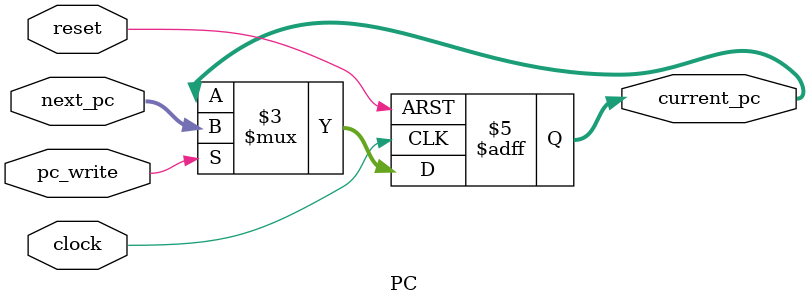
<source format=v>
module PC(
    input clock,
    input reset,
    input pc_write, // ativo quando o PC deve ser atualizado
    input [31:0] next_pc, // próximo valor do PC
    output reg [31:0] current_pc // valor atual do PC
);

    always @(posedge clock or posedge reset) begin
        if (reset) begin
            current_pc = 32'h00000000;
        end
        else if (pc_write) begin
            current_pc = next_pc; // Atualiza o PC
        end
    end


endmodule
</source>
